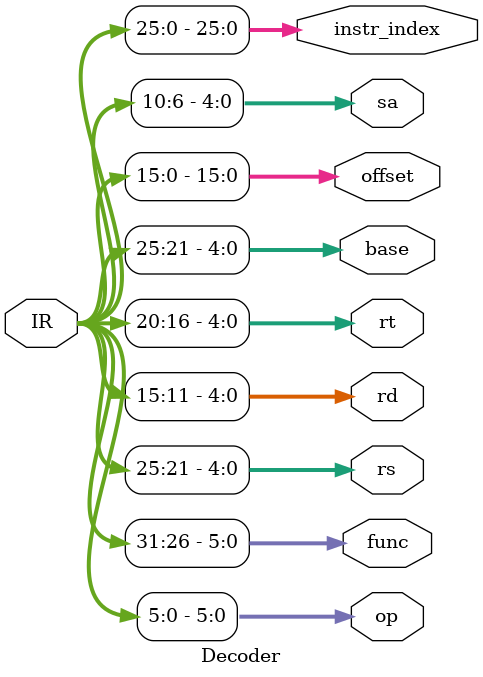
<source format=v>
`timescale 1ns / 1ps


module Decoder(
    input [31:0] IR,
    output reg [5:0] op,
    output reg [5:0] func,
    output reg [4:0] rs,
    output reg [4:0] rd,
    output reg [4:0] rt,
    output reg [4:0] base,
    output reg [15:0] offset,
    output reg [4:0] sa,
    output reg [25:0] instr_index
    );

    always @(*) begin
        op <= IR[5:0];
        func <= IR[31:26];
        rs <= IR[25:21];
        rt <= IR[20:16];
        rd <= IR[15:11];
        base <= IR[25:21];
        offset <= IR[15:0];
        sa <= IR[10:6];
        instr_index <= IR[25:0];
    end

endmodule

</source>
